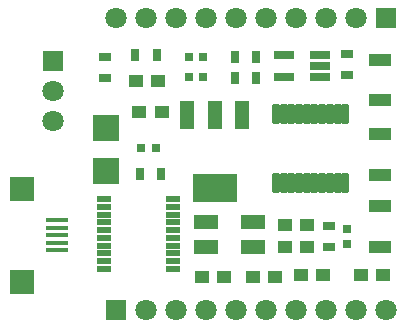
<source format=gts>
G04*
G04 #@! TF.GenerationSoftware,Altium Limited,Altium Designer,19.0.10 (269)*
G04*
G04 Layer_Color=8388736*
%FSTAX25Y25*%
%MOIN*%
G70*
G01*
G75*
G04:AMPARAMS|DCode=37|XSize=67.84mil|YSize=24.14mil|CornerRadius=4.97mil|HoleSize=0mil|Usage=FLASHONLY|Rotation=90.000|XOffset=0mil|YOffset=0mil|HoleType=Round|Shape=RoundedRectangle|*
%AMROUNDEDRECTD37*
21,1,0.06784,0.01421,0,0,90.0*
21,1,0.05791,0.02414,0,0,90.0*
1,1,0.00994,0.00710,0.02895*
1,1,0.00994,0.00710,-0.02895*
1,1,0.00994,-0.00710,-0.02895*
1,1,0.00994,-0.00710,0.02895*
%
%ADD37ROUNDEDRECTD37*%
%ADD38R,0.03162X0.04343*%
%ADD39R,0.02769X0.03162*%
%ADD40R,0.05131X0.09265*%
%ADD41R,0.05131X0.09265*%
%ADD42R,0.14580X0.09265*%
%ADD43R,0.06706X0.03162*%
%ADD44R,0.04343X0.03162*%
%ADD45R,0.07493X0.03950*%
%ADD46R,0.03162X0.02769*%
%ADD47R,0.04537X0.04340*%
%ADD48R,0.07887X0.04737*%
%ADD49R,0.04700X0.02000*%
%ADD50R,0.09068X0.08674*%
%ADD51R,0.08280X0.08280*%
%ADD52R,0.07800X0.01800*%
%ADD53C,0.07099*%
%ADD54R,0.07099X0.07099*%
%ADD55R,0.07099X0.07099*%
D37*
X0304984Y0165398D02*
D03*
X0307543D02*
D03*
X0310102D02*
D03*
X0312661D02*
D03*
X031522D02*
D03*
X0317779D02*
D03*
X0320339D02*
D03*
X0322898D02*
D03*
X0325457D02*
D03*
X0328016D02*
D03*
Y0142602D02*
D03*
X0325457D02*
D03*
X0322898D02*
D03*
X0320339D02*
D03*
X0317779D02*
D03*
X031522D02*
D03*
X0312661D02*
D03*
X0310102D02*
D03*
X0307543D02*
D03*
X0304984D02*
D03*
D38*
X02912Y01845D02*
D03*
X0298349Y0184501D02*
D03*
X02912Y01775D02*
D03*
X0298349Y01775D02*
D03*
X02595Y01455D02*
D03*
X0266649Y0145501D02*
D03*
X0258Y0185D02*
D03*
X0265149Y0185001D02*
D03*
D39*
X028065Y0184501D02*
D03*
X027585D02*
D03*
X028065Y0177694D02*
D03*
X027585D02*
D03*
X02601Y0154D02*
D03*
X02649D02*
D03*
D40*
X0293555Y0165205D02*
D03*
X0275445D02*
D03*
D41*
X02845D02*
D03*
D42*
X02845Y0140795D02*
D03*
D43*
X0307689Y0177693D02*
D03*
Y0185173D02*
D03*
X03195D02*
D03*
Y0181433D02*
D03*
Y0177693D02*
D03*
D44*
X03285Y01855D02*
D03*
X0328501Y0178351D02*
D03*
X03225Y0121D02*
D03*
X0322499Y0128149D02*
D03*
X0248Y0184501D02*
D03*
X0248001Y0177352D02*
D03*
D45*
X03395Y0158693D02*
D03*
Y0145307D02*
D03*
Y0170007D02*
D03*
Y0183393D02*
D03*
Y0134693D02*
D03*
Y0121307D02*
D03*
D46*
X03285Y0122303D02*
D03*
Y0127103D02*
D03*
D47*
X03407Y0111803D02*
D03*
X03333D02*
D03*
X03078Y01285D02*
D03*
X03152D02*
D03*
X03078Y0121D02*
D03*
X03152D02*
D03*
X03207Y0111803D02*
D03*
X03133D02*
D03*
X02973Y0111D02*
D03*
X03047D02*
D03*
X02803D02*
D03*
X02877D02*
D03*
X02657Y01765D02*
D03*
X02583D02*
D03*
X0266786Y0166D02*
D03*
X0259386D02*
D03*
D48*
X0297248Y0129661D02*
D03*
X02815D02*
D03*
Y0121D02*
D03*
X0297248D02*
D03*
D49*
X0247513Y0113984D02*
D03*
Y0116543D02*
D03*
Y0119102D02*
D03*
Y0121661D02*
D03*
Y0124221D02*
D03*
Y0126779D02*
D03*
Y0129339D02*
D03*
Y0131898D02*
D03*
Y0134457D02*
D03*
Y0137016D02*
D03*
X0270487D02*
D03*
Y0134457D02*
D03*
Y0131898D02*
D03*
Y0129339D02*
D03*
Y0126779D02*
D03*
Y0124221D02*
D03*
Y0121661D02*
D03*
Y0119102D02*
D03*
Y0116543D02*
D03*
Y0113984D02*
D03*
D50*
X02483Y016082D02*
D03*
Y01466D02*
D03*
D51*
X0220316Y0109449D02*
D03*
Y0140551D02*
D03*
D52*
X0232Y012D02*
D03*
Y0122441D02*
D03*
Y0125D02*
D03*
Y0127559D02*
D03*
Y0130118D02*
D03*
D53*
X02305Y0163D02*
D03*
Y0173D02*
D03*
X02615Y01D02*
D03*
X02815D02*
D03*
X02915D02*
D03*
X03015D02*
D03*
X03115D02*
D03*
X03215D02*
D03*
X03315D02*
D03*
X03415D02*
D03*
X02715D02*
D03*
X03215Y01975D02*
D03*
X02515D02*
D03*
X02615D02*
D03*
X02715D02*
D03*
X02815D02*
D03*
X02915D02*
D03*
X03015D02*
D03*
X03115D02*
D03*
X03315D02*
D03*
D54*
X02305Y0183D02*
D03*
D55*
X02515Y01D02*
D03*
X03415Y01975D02*
D03*
M02*

</source>
